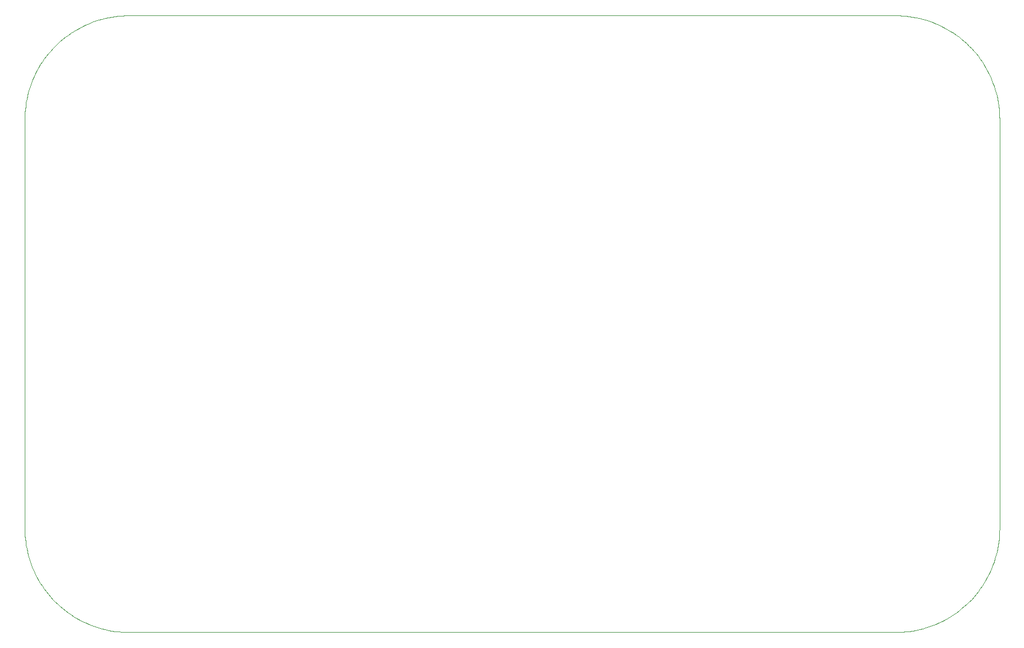
<source format=gm1>
G04 #@! TF.FileFunction,Profile,NP*
%FSLAX46Y46*%
G04 Gerber Fmt 4.6, Leading zero omitted, Abs format (unit mm)*
G04 Created by KiCad (PCBNEW 4.0.4+e1-6308~48~ubuntu16.04.1-stable) date Tue Nov 15 10:08:49 2016*
%MOMM*%
%LPD*%
G01*
G04 APERTURE LIST*
%ADD10C,0.500000*%
%ADD11C,0.100000*%
G04 APERTURE END LIST*
D10*
D11*
X0Y15730198D02*
X0Y34230198D01*
X8567Y15476495D02*
X0Y15730198D01*
X34257Y14953550D02*
X8567Y15476495D01*
X77044Y14431726D02*
X34257Y14953550D01*
X136882Y13911581D02*
X77044Y14431726D01*
X213707Y13393672D02*
X136882Y13911581D01*
X307436Y12878555D02*
X213707Y13393672D01*
X417968Y12366780D02*
X307436Y12878555D01*
X545187Y11858895D02*
X417968Y12366780D01*
X688955Y11355445D02*
X545187Y11858895D01*
X849118Y10856969D02*
X688955Y11355445D01*
X1025505Y10363999D02*
X849118Y10856969D01*
X1217927Y9877065D02*
X1025505Y10363999D01*
X1426179Y9396688D02*
X1217927Y9877065D01*
X1650036Y8923381D02*
X1426179Y9396688D01*
X1889260Y8457652D02*
X1650036Y8923381D01*
X2143594Y8000000D02*
X1889260Y8457652D01*
X2412765Y7550914D02*
X2143594Y8000000D01*
X2696486Y7110876D02*
X2412765Y7550914D01*
X2994453Y6680357D02*
X2696486Y7110876D01*
X3306347Y6259817D02*
X2994453Y6680357D01*
X3631833Y5849707D02*
X3306347Y6259817D01*
X3970563Y5450467D02*
X3631833Y5849707D01*
X4322175Y5062523D02*
X3970563Y5450467D01*
X4686292Y4686292D02*
X4322175Y5062523D01*
X5062523Y4322175D02*
X4686292Y4686292D01*
X5450467Y3970563D02*
X5062523Y4322175D01*
X5849707Y3631833D02*
X5450467Y3970563D01*
X6259817Y3306347D02*
X5849707Y3631833D01*
X6680357Y2994453D02*
X6259817Y3306347D01*
X7110876Y2696486D02*
X6680357Y2994453D01*
X7550914Y2412765D02*
X7110876Y2696486D01*
X8000000Y2143594D02*
X7550914Y2412765D01*
X8457652Y1889260D02*
X8000000Y2143594D01*
X8923381Y1650036D02*
X8457652Y1889260D01*
X9396688Y1426179D02*
X8923381Y1650036D01*
X9877065Y1217927D02*
X9396688Y1426179D01*
X10363999Y1025505D02*
X9877065Y1217927D01*
X10856969Y849118D02*
X10363999Y1025505D01*
X11355445Y688955D02*
X10856969Y849118D01*
X11858895Y545187D02*
X11355445Y688955D01*
X12366780Y417968D02*
X11858895Y545187D01*
X12878555Y307436D02*
X12366780Y417968D01*
X13393672Y213707D02*
X12878555Y307436D01*
X13911581Y136882D02*
X13393672Y213707D01*
X14431726Y77044D02*
X13911581Y136882D01*
X14953550Y34257D02*
X14431726Y77044D01*
X15476495Y8567D02*
X14953550Y34257D01*
X16000000Y0D02*
X15476495Y8567D01*
X134000000Y0D02*
X16000000Y0D01*
X134523505Y8567D02*
X134000000Y0D01*
X135046450Y34257D02*
X134523505Y8567D01*
X135568274Y77044D02*
X135046450Y34257D01*
X136088419Y136882D02*
X135568274Y77044D01*
X136606328Y213707D02*
X136088419Y136882D01*
X137121445Y307436D02*
X136606328Y213707D01*
X137633220Y417968D02*
X137121445Y307436D01*
X138141105Y545187D02*
X137633220Y417968D01*
X138644555Y688955D02*
X138141105Y545187D01*
X139143031Y849118D02*
X138644555Y688955D01*
X139636001Y1025505D02*
X139143031Y849118D01*
X140122935Y1217927D02*
X139636001Y1025505D01*
X140603312Y1426179D02*
X140122935Y1217927D01*
X141076619Y1650036D02*
X140603312Y1426179D01*
X141542348Y1889260D02*
X141076619Y1650036D01*
X142000000Y2143594D02*
X141542348Y1889260D01*
X142449086Y2412765D02*
X142000000Y2143594D01*
X142889124Y2696486D02*
X142449086Y2412765D01*
X143319643Y2994453D02*
X142889124Y2696486D01*
X143740183Y3306347D02*
X143319643Y2994453D01*
X144150293Y3631833D02*
X143740183Y3306347D01*
X144549533Y3970563D02*
X144150293Y3631833D01*
X144937477Y4322175D02*
X144549533Y3970563D01*
X145313708Y4686292D02*
X144937477Y4322175D01*
X145677825Y5062523D02*
X145313708Y4686292D01*
X146029437Y5450467D02*
X145677825Y5062523D01*
X146368167Y5849707D02*
X146029437Y5450467D01*
X146693653Y6259817D02*
X146368167Y5849707D01*
X147005547Y6680357D02*
X146693653Y6259817D01*
X147303514Y7110876D02*
X147005547Y6680357D01*
X147587235Y7550914D02*
X147303514Y7110876D01*
X147856406Y8000000D02*
X147587235Y7550914D01*
X148110740Y8457652D02*
X147856406Y8000000D01*
X148349964Y8923381D02*
X148110740Y8457652D01*
X148573821Y9396688D02*
X148349964Y8923381D01*
X148782073Y9877065D02*
X148573821Y9396688D01*
X148974495Y10363999D02*
X148782073Y9877065D01*
X149150882Y10856969D02*
X148974495Y10363999D01*
X149311045Y11355445D02*
X149150882Y10856969D01*
X149454813Y11858895D02*
X149311045Y11355445D01*
X149582032Y12366780D02*
X149454813Y11858895D01*
X149692564Y12878555D02*
X149582032Y12366780D01*
X149786293Y13393672D02*
X149692564Y12878555D01*
X149863118Y13911581D02*
X149786293Y13393672D01*
X149922956Y14431726D02*
X149863118Y13911581D01*
X149965743Y14953550D02*
X149922956Y14431726D01*
X149991433Y15476495D02*
X149965743Y14953550D01*
X150000000Y16000000D02*
X149991433Y15476495D01*
X150000000Y79000000D02*
X150000000Y16000000D01*
X149991433Y79523505D02*
X150000000Y79000000D01*
X149965743Y80046450D02*
X149991433Y79523505D01*
X149922956Y80568274D02*
X149965743Y80046450D01*
X149863118Y81088419D02*
X149922956Y80568274D01*
X149786293Y81606328D02*
X149863118Y81088419D01*
X149692564Y82121445D02*
X149786293Y81606328D01*
X149582032Y82633220D02*
X149692564Y82121445D01*
X149454813Y83141105D02*
X149582032Y82633220D01*
X149311045Y83644555D02*
X149454813Y83141105D01*
X149150882Y84143031D02*
X149311045Y83644555D01*
X148974495Y84636001D02*
X149150882Y84143031D01*
X148782073Y85122935D02*
X148974495Y84636001D01*
X148573821Y85603312D02*
X148782073Y85122935D01*
X148349964Y86076619D02*
X148573821Y85603312D01*
X148110740Y86542348D02*
X148349964Y86076619D01*
X147856406Y87000000D02*
X148110740Y86542348D01*
X147587235Y87449086D02*
X147856406Y87000000D01*
X147303514Y87889124D02*
X147587235Y87449086D01*
X147005547Y88319643D02*
X147303514Y87889124D01*
X146693653Y88740183D02*
X147005547Y88319643D01*
X146368167Y89150293D02*
X146693653Y88740183D01*
X146029437Y89549533D02*
X146368167Y89150293D01*
X145677825Y89937477D02*
X146029437Y89549533D01*
X145313708Y90313708D02*
X145677825Y89937477D01*
X144937477Y90677825D02*
X145313708Y90313708D01*
X144549533Y91029437D02*
X144937477Y90677825D01*
X144150293Y91368167D02*
X144549533Y91029437D01*
X143740183Y91693653D02*
X144150293Y91368167D01*
X143319643Y92005547D02*
X143740183Y91693653D01*
X142889124Y92303514D02*
X143319643Y92005547D01*
X142449086Y92587235D02*
X142889124Y92303514D01*
X142000000Y92856406D02*
X142449086Y92587235D01*
X141542348Y93110740D02*
X142000000Y92856406D01*
X141076619Y93349964D02*
X141542348Y93110740D01*
X140603312Y93573821D02*
X141076619Y93349964D01*
X140122935Y93782073D02*
X140603312Y93573821D01*
X139636001Y93974495D02*
X140122935Y93782073D01*
X139143031Y94150882D02*
X139636001Y93974495D01*
X138644555Y94311045D02*
X139143031Y94150882D01*
X138141105Y94454813D02*
X138644555Y94311045D01*
X137633220Y94582032D02*
X138141105Y94454813D01*
X137121445Y94692564D02*
X137633220Y94582032D01*
X136606328Y94786293D02*
X137121445Y94692564D01*
X136088419Y94863118D02*
X136606328Y94786293D01*
X135568274Y94922956D02*
X136088419Y94863118D01*
X135046450Y94965743D02*
X135568274Y94922956D01*
X134523505Y94991433D02*
X135046450Y94965743D01*
X134000000Y95000000D02*
X134523505Y94991433D01*
X16000000Y95000000D02*
X134000000Y95000000D01*
X15476495Y94991433D02*
X16000000Y95000000D01*
X14953550Y94965743D02*
X15476495Y94991433D01*
X14431726Y94922956D02*
X14953550Y94965743D01*
X13911581Y94863118D02*
X14431726Y94922956D01*
X13393672Y94786293D02*
X13911581Y94863118D01*
X12878555Y94692564D02*
X13393672Y94786293D01*
X12366780Y94582032D02*
X12878555Y94692564D01*
X11858895Y94454813D02*
X12366780Y94582032D01*
X11355445Y94311045D02*
X11858895Y94454813D01*
X10856969Y94150882D02*
X11355445Y94311045D01*
X10363999Y93974495D02*
X10856969Y94150882D01*
X9877065Y93782073D02*
X10363999Y93974495D01*
X9396688Y93573821D02*
X9877065Y93782073D01*
X8923381Y93349964D02*
X9396688Y93573821D01*
X8457652Y93110740D02*
X8923381Y93349964D01*
X8000000Y92856406D02*
X8457652Y93110740D01*
X7550914Y92587235D02*
X8000000Y92856406D01*
X7110876Y92303514D02*
X7550914Y92587235D01*
X6680357Y92005547D02*
X7110876Y92303514D01*
X6259817Y91693653D02*
X6680357Y92005547D01*
X5849707Y91368167D02*
X6259817Y91693653D01*
X5450467Y91029437D02*
X5849707Y91368167D01*
X5062523Y90677825D02*
X5450467Y91029437D01*
X4686292Y90313708D02*
X5062523Y90677825D01*
X4322175Y89937477D02*
X4686292Y90313708D01*
X3970563Y89549533D02*
X4322175Y89937477D01*
X3631833Y89150293D02*
X3970563Y89549533D01*
X3306347Y88740183D02*
X3631833Y89150293D01*
X2994453Y88319643D02*
X3306347Y88740183D01*
X2696486Y87889124D02*
X2994453Y88319643D01*
X2412765Y87449086D02*
X2696486Y87889124D01*
X2143594Y87000000D02*
X2412765Y87449086D01*
X1889260Y86542348D02*
X2143594Y87000000D01*
X1650036Y86076619D02*
X1889260Y86542348D01*
X1426179Y85603312D02*
X1650036Y86076619D01*
X1217927Y85122935D02*
X1426179Y85603312D01*
X1025505Y84636001D02*
X1217927Y85122935D01*
X849118Y84143031D02*
X1025505Y84636001D01*
X688955Y83644555D02*
X849118Y84143031D01*
X545187Y83141105D02*
X688955Y83644555D01*
X417968Y82633220D02*
X545187Y83141105D01*
X307436Y82121445D02*
X417968Y82633220D01*
X213707Y81606328D02*
X307436Y82121445D01*
X136882Y81088419D02*
X213707Y81606328D01*
X77044Y80568274D02*
X136882Y81088419D01*
X34257Y80046450D02*
X77044Y80568274D01*
X8567Y79523505D02*
X34257Y80046450D01*
X0Y79000000D02*
X8567Y79523505D01*
X0Y34230198D02*
X0Y79000000D01*
M02*

</source>
